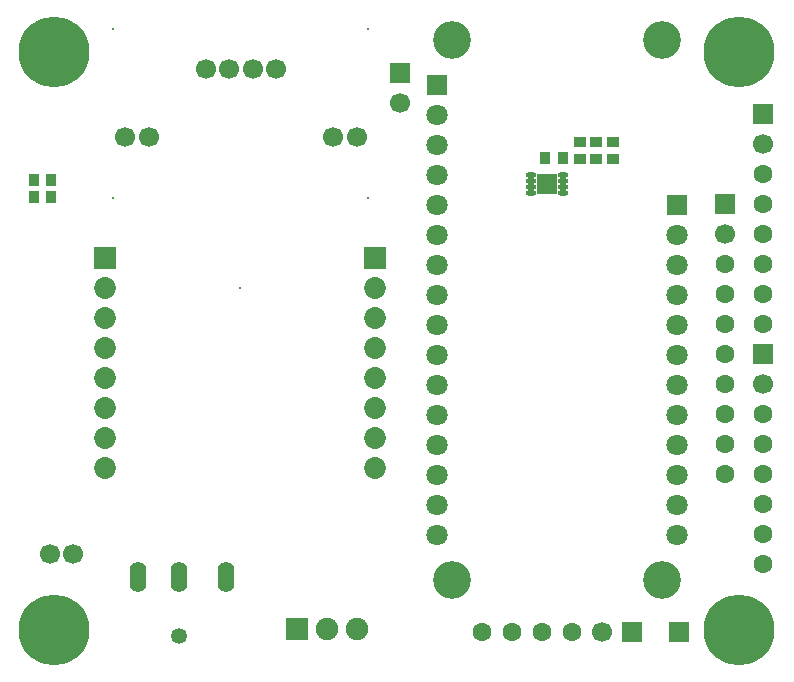
<source format=gts>
G04 Layer_Color=8388736*
%FSLAX25Y25*%
%MOIN*%
G70*
G01*
G75*
%ADD22C,0.06299*%
%ADD30C,0.23622*%
%ADD31C,0.06693*%
%ADD32R,0.06693X0.06693*%
%ADD59R,0.03740X0.03937*%
%ADD60O,0.03543X0.01969*%
%ADD61R,0.06693X0.06693*%
%ADD62R,0.03937X0.03740*%
%ADD63C,0.12598*%
%ADD64C,0.07087*%
%ADD65R,0.07087X0.07087*%
%ADD66C,0.07287*%
%ADD67R,0.07287X0.07287*%
%ADD68O,0.05512X0.10236*%
%ADD69C,0.05315*%
%ADD70C,0.00787*%
%ADD71C,0.07480*%
%ADD72R,0.07480X0.07480*%
D22*
X156299Y13386D02*
D03*
X166299D02*
D03*
X176299D02*
D03*
X186299D02*
D03*
X250000Y55827D02*
D03*
Y65827D02*
D03*
Y75827D02*
D03*
Y85827D02*
D03*
Y45827D02*
D03*
Y35827D02*
D03*
X237402Y85827D02*
D03*
Y95827D02*
D03*
Y135827D02*
D03*
Y125827D02*
D03*
Y115827D02*
D03*
Y105827D02*
D03*
Y75827D02*
D03*
Y65827D02*
D03*
X250000Y135827D02*
D03*
Y145827D02*
D03*
Y155827D02*
D03*
Y165827D02*
D03*
Y125827D02*
D03*
Y115827D02*
D03*
D30*
X13780Y206693D02*
D03*
X242126D02*
D03*
Y13780D02*
D03*
X13780D02*
D03*
D31*
X196299Y13386D02*
D03*
X250000Y95827D02*
D03*
X128898Y189606D02*
D03*
X237402Y145827D02*
D03*
X250000Y175827D02*
D03*
X45276Y178347D02*
D03*
X37402D02*
D03*
X114567D02*
D03*
X106693D02*
D03*
X72047Y200984D02*
D03*
X64173D02*
D03*
X79921D02*
D03*
X87795D02*
D03*
X20079Y39150D02*
D03*
X12205D02*
D03*
D32*
X250000Y105827D02*
D03*
X128898Y199606D02*
D03*
X237402Y155827D02*
D03*
X250000Y185827D02*
D03*
D59*
X6988Y158268D02*
D03*
X12697D02*
D03*
X183169Y171260D02*
D03*
X177461D02*
D03*
X6988Y163779D02*
D03*
X12697D02*
D03*
D60*
X172638Y163583D02*
D03*
Y165551D02*
D03*
Y161614D02*
D03*
Y159646D02*
D03*
X183268D02*
D03*
Y161614D02*
D03*
Y163583D02*
D03*
Y165551D02*
D03*
D61*
X177953Y162598D02*
D03*
X206299Y13386D02*
D03*
X222047D02*
D03*
D62*
X200000Y176476D02*
D03*
Y170768D02*
D03*
X188976Y176476D02*
D03*
Y170768D02*
D03*
X194488D02*
D03*
Y176476D02*
D03*
D63*
X216219Y210448D02*
D03*
Y30449D02*
D03*
X146219D02*
D03*
Y210448D02*
D03*
D64*
X141220Y45449D02*
D03*
Y55449D02*
D03*
Y65449D02*
D03*
Y75449D02*
D03*
Y145449D02*
D03*
Y155449D02*
D03*
Y165449D02*
D03*
Y175449D02*
D03*
Y185449D02*
D03*
Y135449D02*
D03*
Y125449D02*
D03*
Y115449D02*
D03*
Y105449D02*
D03*
Y95449D02*
D03*
Y85449D02*
D03*
X221220Y45449D02*
D03*
Y55449D02*
D03*
Y65449D02*
D03*
Y75449D02*
D03*
Y85449D02*
D03*
Y95449D02*
D03*
Y145449D02*
D03*
Y135449D02*
D03*
Y125449D02*
D03*
Y115449D02*
D03*
Y105449D02*
D03*
D65*
X141220Y195449D02*
D03*
X221220Y155449D02*
D03*
D66*
X30709Y67795D02*
D03*
Y87795D02*
D03*
Y97795D02*
D03*
Y107795D02*
D03*
Y117795D02*
D03*
Y127795D02*
D03*
Y77795D02*
D03*
X120709Y67795D02*
D03*
Y87795D02*
D03*
Y97795D02*
D03*
Y107795D02*
D03*
Y117795D02*
D03*
Y127795D02*
D03*
Y77795D02*
D03*
D67*
X30709Y137795D02*
D03*
X120709D02*
D03*
D68*
X55315Y31496D02*
D03*
X71063D02*
D03*
X41535D02*
D03*
D69*
X55315Y11811D02*
D03*
D70*
X118209Y157795D02*
D03*
X33209D02*
D03*
Y214291D02*
D03*
X118209D02*
D03*
X75709Y127795D02*
D03*
D71*
X114724Y14173D02*
D03*
X104724D02*
D03*
D72*
X94724D02*
D03*
M02*

</source>
